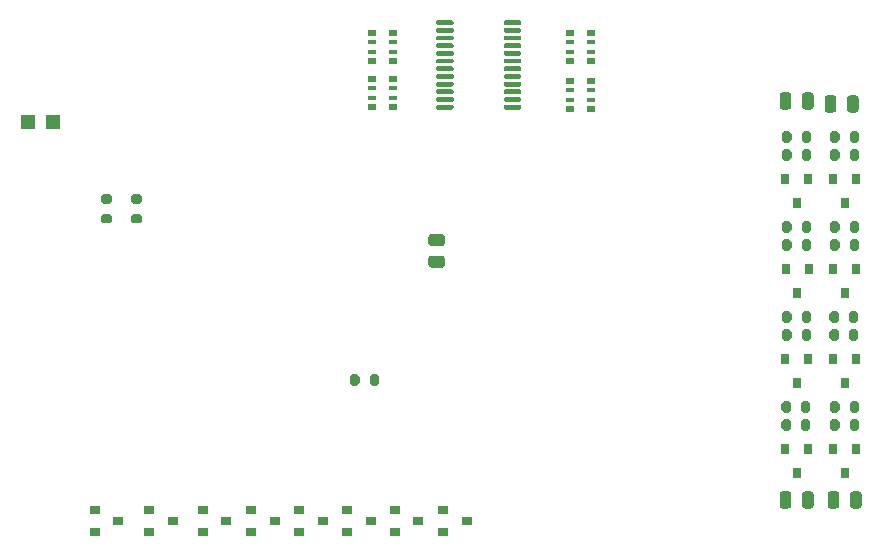
<source format=gbr>
%TF.GenerationSoftware,KiCad,Pcbnew,5.1.9-73d0e3b20d~88~ubuntu20.04.1*%
%TF.CreationDate,2021-02-26T13:03:21-08:00*%
%TF.ProjectId,TeensyMonitorV5,5465656e-7379-44d6-9f6e-69746f725635,rev?*%
%TF.SameCoordinates,Original*%
%TF.FileFunction,Paste,Top*%
%TF.FilePolarity,Positive*%
%FSLAX46Y46*%
G04 Gerber Fmt 4.6, Leading zero omitted, Abs format (unit mm)*
G04 Created by KiCad (PCBNEW 5.1.9-73d0e3b20d~88~ubuntu20.04.1) date 2021-02-26 13:03:21*
%MOMM*%
%LPD*%
G01*
G04 APERTURE LIST*
%ADD10R,0.800000X0.500000*%
%ADD11R,0.800000X0.400000*%
%ADD12R,1.200000X1.200000*%
%ADD13R,0.900000X0.800000*%
%ADD14R,0.800000X0.900000*%
G04 APERTURE END LIST*
D10*
%TO.C,RN34*%
X119772000Y-38284000D03*
D11*
X119772000Y-37484000D03*
D10*
X119772000Y-35884000D03*
D11*
X119772000Y-36684000D03*
D10*
X117972000Y-38284000D03*
D11*
X117972000Y-36684000D03*
X117972000Y-37484000D03*
D10*
X117972000Y-35884000D03*
%TD*%
%TO.C,R17*%
G36*
G01*
X106229999Y-54756000D02*
X107130001Y-54756000D01*
G75*
G02*
X107380000Y-55005999I0J-249999D01*
G01*
X107380000Y-55531001D01*
G75*
G02*
X107130001Y-55781000I-249999J0D01*
G01*
X106229999Y-55781000D01*
G75*
G02*
X105980000Y-55531001I0J249999D01*
G01*
X105980000Y-55005999D01*
G75*
G02*
X106229999Y-54756000I249999J0D01*
G01*
G37*
G36*
G01*
X106229999Y-52931000D02*
X107130001Y-52931000D01*
G75*
G02*
X107380000Y-53180999I0J-249999D01*
G01*
X107380000Y-53706001D01*
G75*
G02*
X107130001Y-53956000I-249999J0D01*
G01*
X106229999Y-53956000D01*
G75*
G02*
X105980000Y-53706001I0J249999D01*
G01*
X105980000Y-53180999D01*
G75*
G02*
X106229999Y-52931000I249999J0D01*
G01*
G37*
%TD*%
D12*
%TO.C,C1*%
X74202000Y-43434000D03*
X72102000Y-43434000D03*
%TD*%
%TO.C,U31*%
G36*
G01*
X112361000Y-35133000D02*
X112361000Y-34933000D01*
G75*
G02*
X112461000Y-34833000I100000J0D01*
G01*
X113736000Y-34833000D01*
G75*
G02*
X113836000Y-34933000I0J-100000D01*
G01*
X113836000Y-35133000D01*
G75*
G02*
X113736000Y-35233000I-100000J0D01*
G01*
X112461000Y-35233000D01*
G75*
G02*
X112361000Y-35133000I0J100000D01*
G01*
G37*
G36*
G01*
X112361000Y-35783000D02*
X112361000Y-35583000D01*
G75*
G02*
X112461000Y-35483000I100000J0D01*
G01*
X113736000Y-35483000D01*
G75*
G02*
X113836000Y-35583000I0J-100000D01*
G01*
X113836000Y-35783000D01*
G75*
G02*
X113736000Y-35883000I-100000J0D01*
G01*
X112461000Y-35883000D01*
G75*
G02*
X112361000Y-35783000I0J100000D01*
G01*
G37*
G36*
G01*
X112361000Y-36433000D02*
X112361000Y-36233000D01*
G75*
G02*
X112461000Y-36133000I100000J0D01*
G01*
X113736000Y-36133000D01*
G75*
G02*
X113836000Y-36233000I0J-100000D01*
G01*
X113836000Y-36433000D01*
G75*
G02*
X113736000Y-36533000I-100000J0D01*
G01*
X112461000Y-36533000D01*
G75*
G02*
X112361000Y-36433000I0J100000D01*
G01*
G37*
G36*
G01*
X112361000Y-37083000D02*
X112361000Y-36883000D01*
G75*
G02*
X112461000Y-36783000I100000J0D01*
G01*
X113736000Y-36783000D01*
G75*
G02*
X113836000Y-36883000I0J-100000D01*
G01*
X113836000Y-37083000D01*
G75*
G02*
X113736000Y-37183000I-100000J0D01*
G01*
X112461000Y-37183000D01*
G75*
G02*
X112361000Y-37083000I0J100000D01*
G01*
G37*
G36*
G01*
X112361000Y-37733000D02*
X112361000Y-37533000D01*
G75*
G02*
X112461000Y-37433000I100000J0D01*
G01*
X113736000Y-37433000D01*
G75*
G02*
X113836000Y-37533000I0J-100000D01*
G01*
X113836000Y-37733000D01*
G75*
G02*
X113736000Y-37833000I-100000J0D01*
G01*
X112461000Y-37833000D01*
G75*
G02*
X112361000Y-37733000I0J100000D01*
G01*
G37*
G36*
G01*
X112361000Y-38383000D02*
X112361000Y-38183000D01*
G75*
G02*
X112461000Y-38083000I100000J0D01*
G01*
X113736000Y-38083000D01*
G75*
G02*
X113836000Y-38183000I0J-100000D01*
G01*
X113836000Y-38383000D01*
G75*
G02*
X113736000Y-38483000I-100000J0D01*
G01*
X112461000Y-38483000D01*
G75*
G02*
X112361000Y-38383000I0J100000D01*
G01*
G37*
G36*
G01*
X112361000Y-39033000D02*
X112361000Y-38833000D01*
G75*
G02*
X112461000Y-38733000I100000J0D01*
G01*
X113736000Y-38733000D01*
G75*
G02*
X113836000Y-38833000I0J-100000D01*
G01*
X113836000Y-39033000D01*
G75*
G02*
X113736000Y-39133000I-100000J0D01*
G01*
X112461000Y-39133000D01*
G75*
G02*
X112361000Y-39033000I0J100000D01*
G01*
G37*
G36*
G01*
X112361000Y-39683000D02*
X112361000Y-39483000D01*
G75*
G02*
X112461000Y-39383000I100000J0D01*
G01*
X113736000Y-39383000D01*
G75*
G02*
X113836000Y-39483000I0J-100000D01*
G01*
X113836000Y-39683000D01*
G75*
G02*
X113736000Y-39783000I-100000J0D01*
G01*
X112461000Y-39783000D01*
G75*
G02*
X112361000Y-39683000I0J100000D01*
G01*
G37*
G36*
G01*
X112361000Y-40333000D02*
X112361000Y-40133000D01*
G75*
G02*
X112461000Y-40033000I100000J0D01*
G01*
X113736000Y-40033000D01*
G75*
G02*
X113836000Y-40133000I0J-100000D01*
G01*
X113836000Y-40333000D01*
G75*
G02*
X113736000Y-40433000I-100000J0D01*
G01*
X112461000Y-40433000D01*
G75*
G02*
X112361000Y-40333000I0J100000D01*
G01*
G37*
G36*
G01*
X112361000Y-40983000D02*
X112361000Y-40783000D01*
G75*
G02*
X112461000Y-40683000I100000J0D01*
G01*
X113736000Y-40683000D01*
G75*
G02*
X113836000Y-40783000I0J-100000D01*
G01*
X113836000Y-40983000D01*
G75*
G02*
X113736000Y-41083000I-100000J0D01*
G01*
X112461000Y-41083000D01*
G75*
G02*
X112361000Y-40983000I0J100000D01*
G01*
G37*
G36*
G01*
X112361000Y-41633000D02*
X112361000Y-41433000D01*
G75*
G02*
X112461000Y-41333000I100000J0D01*
G01*
X113736000Y-41333000D01*
G75*
G02*
X113836000Y-41433000I0J-100000D01*
G01*
X113836000Y-41633000D01*
G75*
G02*
X113736000Y-41733000I-100000J0D01*
G01*
X112461000Y-41733000D01*
G75*
G02*
X112361000Y-41633000I0J100000D01*
G01*
G37*
G36*
G01*
X112361000Y-42283000D02*
X112361000Y-42083000D01*
G75*
G02*
X112461000Y-41983000I100000J0D01*
G01*
X113736000Y-41983000D01*
G75*
G02*
X113836000Y-42083000I0J-100000D01*
G01*
X113836000Y-42283000D01*
G75*
G02*
X113736000Y-42383000I-100000J0D01*
G01*
X112461000Y-42383000D01*
G75*
G02*
X112361000Y-42283000I0J100000D01*
G01*
G37*
G36*
G01*
X106636000Y-42283000D02*
X106636000Y-42083000D01*
G75*
G02*
X106736000Y-41983000I100000J0D01*
G01*
X108011000Y-41983000D01*
G75*
G02*
X108111000Y-42083000I0J-100000D01*
G01*
X108111000Y-42283000D01*
G75*
G02*
X108011000Y-42383000I-100000J0D01*
G01*
X106736000Y-42383000D01*
G75*
G02*
X106636000Y-42283000I0J100000D01*
G01*
G37*
G36*
G01*
X106636000Y-41633000D02*
X106636000Y-41433000D01*
G75*
G02*
X106736000Y-41333000I100000J0D01*
G01*
X108011000Y-41333000D01*
G75*
G02*
X108111000Y-41433000I0J-100000D01*
G01*
X108111000Y-41633000D01*
G75*
G02*
X108011000Y-41733000I-100000J0D01*
G01*
X106736000Y-41733000D01*
G75*
G02*
X106636000Y-41633000I0J100000D01*
G01*
G37*
G36*
G01*
X106636000Y-40983000D02*
X106636000Y-40783000D01*
G75*
G02*
X106736000Y-40683000I100000J0D01*
G01*
X108011000Y-40683000D01*
G75*
G02*
X108111000Y-40783000I0J-100000D01*
G01*
X108111000Y-40983000D01*
G75*
G02*
X108011000Y-41083000I-100000J0D01*
G01*
X106736000Y-41083000D01*
G75*
G02*
X106636000Y-40983000I0J100000D01*
G01*
G37*
G36*
G01*
X106636000Y-40333000D02*
X106636000Y-40133000D01*
G75*
G02*
X106736000Y-40033000I100000J0D01*
G01*
X108011000Y-40033000D01*
G75*
G02*
X108111000Y-40133000I0J-100000D01*
G01*
X108111000Y-40333000D01*
G75*
G02*
X108011000Y-40433000I-100000J0D01*
G01*
X106736000Y-40433000D01*
G75*
G02*
X106636000Y-40333000I0J100000D01*
G01*
G37*
G36*
G01*
X106636000Y-39683000D02*
X106636000Y-39483000D01*
G75*
G02*
X106736000Y-39383000I100000J0D01*
G01*
X108011000Y-39383000D01*
G75*
G02*
X108111000Y-39483000I0J-100000D01*
G01*
X108111000Y-39683000D01*
G75*
G02*
X108011000Y-39783000I-100000J0D01*
G01*
X106736000Y-39783000D01*
G75*
G02*
X106636000Y-39683000I0J100000D01*
G01*
G37*
G36*
G01*
X106636000Y-39033000D02*
X106636000Y-38833000D01*
G75*
G02*
X106736000Y-38733000I100000J0D01*
G01*
X108011000Y-38733000D01*
G75*
G02*
X108111000Y-38833000I0J-100000D01*
G01*
X108111000Y-39033000D01*
G75*
G02*
X108011000Y-39133000I-100000J0D01*
G01*
X106736000Y-39133000D01*
G75*
G02*
X106636000Y-39033000I0J100000D01*
G01*
G37*
G36*
G01*
X106636000Y-38383000D02*
X106636000Y-38183000D01*
G75*
G02*
X106736000Y-38083000I100000J0D01*
G01*
X108011000Y-38083000D01*
G75*
G02*
X108111000Y-38183000I0J-100000D01*
G01*
X108111000Y-38383000D01*
G75*
G02*
X108011000Y-38483000I-100000J0D01*
G01*
X106736000Y-38483000D01*
G75*
G02*
X106636000Y-38383000I0J100000D01*
G01*
G37*
G36*
G01*
X106636000Y-37733000D02*
X106636000Y-37533000D01*
G75*
G02*
X106736000Y-37433000I100000J0D01*
G01*
X108011000Y-37433000D01*
G75*
G02*
X108111000Y-37533000I0J-100000D01*
G01*
X108111000Y-37733000D01*
G75*
G02*
X108011000Y-37833000I-100000J0D01*
G01*
X106736000Y-37833000D01*
G75*
G02*
X106636000Y-37733000I0J100000D01*
G01*
G37*
G36*
G01*
X106636000Y-37083000D02*
X106636000Y-36883000D01*
G75*
G02*
X106736000Y-36783000I100000J0D01*
G01*
X108011000Y-36783000D01*
G75*
G02*
X108111000Y-36883000I0J-100000D01*
G01*
X108111000Y-37083000D01*
G75*
G02*
X108011000Y-37183000I-100000J0D01*
G01*
X106736000Y-37183000D01*
G75*
G02*
X106636000Y-37083000I0J100000D01*
G01*
G37*
G36*
G01*
X106636000Y-36433000D02*
X106636000Y-36233000D01*
G75*
G02*
X106736000Y-36133000I100000J0D01*
G01*
X108011000Y-36133000D01*
G75*
G02*
X108111000Y-36233000I0J-100000D01*
G01*
X108111000Y-36433000D01*
G75*
G02*
X108011000Y-36533000I-100000J0D01*
G01*
X106736000Y-36533000D01*
G75*
G02*
X106636000Y-36433000I0J100000D01*
G01*
G37*
G36*
G01*
X106636000Y-35783000D02*
X106636000Y-35583000D01*
G75*
G02*
X106736000Y-35483000I100000J0D01*
G01*
X108011000Y-35483000D01*
G75*
G02*
X108111000Y-35583000I0J-100000D01*
G01*
X108111000Y-35783000D01*
G75*
G02*
X108011000Y-35883000I-100000J0D01*
G01*
X106736000Y-35883000D01*
G75*
G02*
X106636000Y-35783000I0J100000D01*
G01*
G37*
G36*
G01*
X106636000Y-35133000D02*
X106636000Y-34933000D01*
G75*
G02*
X106736000Y-34833000I100000J0D01*
G01*
X108011000Y-34833000D01*
G75*
G02*
X108111000Y-34933000I0J-100000D01*
G01*
X108111000Y-35133000D01*
G75*
G02*
X108011000Y-35233000I-100000J0D01*
G01*
X106736000Y-35233000D01*
G75*
G02*
X106636000Y-35133000I0J100000D01*
G01*
G37*
%TD*%
D10*
%TO.C,RN33*%
X119772000Y-42348000D03*
D11*
X119772000Y-41548000D03*
D10*
X119772000Y-39948000D03*
D11*
X119772000Y-40748000D03*
D10*
X117972000Y-42348000D03*
D11*
X117972000Y-40748000D03*
X117972000Y-41548000D03*
D10*
X117972000Y-39948000D03*
%TD*%
%TO.C,RN32*%
X101208000Y-39764000D03*
D11*
X101208000Y-40564000D03*
D10*
X101208000Y-42164000D03*
D11*
X101208000Y-41364000D03*
D10*
X103008000Y-39764000D03*
D11*
X103008000Y-41364000D03*
X103008000Y-40564000D03*
D10*
X103008000Y-42164000D03*
%TD*%
%TO.C,RN31*%
X101208000Y-35884000D03*
D11*
X101208000Y-36684000D03*
D10*
X101208000Y-38284000D03*
D11*
X101208000Y-37484000D03*
D10*
X103008000Y-35884000D03*
D11*
X103008000Y-37484000D03*
X103008000Y-36684000D03*
D10*
X103008000Y-38284000D03*
%TD*%
%TO.C,R51*%
G36*
G01*
X101009000Y-65553000D02*
X101009000Y-65003000D01*
G75*
G02*
X101209000Y-64803000I200000J0D01*
G01*
X101609000Y-64803000D01*
G75*
G02*
X101809000Y-65003000I0J-200000D01*
G01*
X101809000Y-65553000D01*
G75*
G02*
X101609000Y-65753000I-200000J0D01*
G01*
X101209000Y-65753000D01*
G75*
G02*
X101009000Y-65553000I0J200000D01*
G01*
G37*
G36*
G01*
X99359000Y-65553000D02*
X99359000Y-65003000D01*
G75*
G02*
X99559000Y-64803000I200000J0D01*
G01*
X99959000Y-64803000D01*
G75*
G02*
X100159000Y-65003000I0J-200000D01*
G01*
X100159000Y-65553000D01*
G75*
G02*
X99959000Y-65753000I-200000J0D01*
G01*
X99559000Y-65753000D01*
G75*
G02*
X99359000Y-65553000I0J200000D01*
G01*
G37*
%TD*%
%TO.C,R31*%
G36*
G01*
X81555000Y-50375000D02*
X81005000Y-50375000D01*
G75*
G02*
X80805000Y-50175000I0J200000D01*
G01*
X80805000Y-49775000D01*
G75*
G02*
X81005000Y-49575000I200000J0D01*
G01*
X81555000Y-49575000D01*
G75*
G02*
X81755000Y-49775000I0J-200000D01*
G01*
X81755000Y-50175000D01*
G75*
G02*
X81555000Y-50375000I-200000J0D01*
G01*
G37*
G36*
G01*
X81555000Y-52025000D02*
X81005000Y-52025000D01*
G75*
G02*
X80805000Y-51825000I0J200000D01*
G01*
X80805000Y-51425000D01*
G75*
G02*
X81005000Y-51225000I200000J0D01*
G01*
X81555000Y-51225000D01*
G75*
G02*
X81755000Y-51425000I0J-200000D01*
G01*
X81755000Y-51825000D01*
G75*
G02*
X81555000Y-52025000I-200000J0D01*
G01*
G37*
%TD*%
%TO.C,R30*%
G36*
G01*
X79015000Y-50375000D02*
X78465000Y-50375000D01*
G75*
G02*
X78265000Y-50175000I0J200000D01*
G01*
X78265000Y-49775000D01*
G75*
G02*
X78465000Y-49575000I200000J0D01*
G01*
X79015000Y-49575000D01*
G75*
G02*
X79215000Y-49775000I0J-200000D01*
G01*
X79215000Y-50175000D01*
G75*
G02*
X79015000Y-50375000I-200000J0D01*
G01*
G37*
G36*
G01*
X79015000Y-52025000D02*
X78465000Y-52025000D01*
G75*
G02*
X78265000Y-51825000I0J200000D01*
G01*
X78265000Y-51425000D01*
G75*
G02*
X78465000Y-51225000I200000J0D01*
G01*
X79015000Y-51225000D01*
G75*
G02*
X79215000Y-51425000I0J-200000D01*
G01*
X79215000Y-51825000D01*
G75*
G02*
X79015000Y-52025000I-200000J0D01*
G01*
G37*
%TD*%
%TO.C,R16*%
G36*
G01*
X136672000Y-68813000D02*
X136672000Y-69363000D01*
G75*
G02*
X136472000Y-69563000I-200000J0D01*
G01*
X136072000Y-69563000D01*
G75*
G02*
X135872000Y-69363000I0J200000D01*
G01*
X135872000Y-68813000D01*
G75*
G02*
X136072000Y-68613000I200000J0D01*
G01*
X136472000Y-68613000D01*
G75*
G02*
X136672000Y-68813000I0J-200000D01*
G01*
G37*
G36*
G01*
X138322000Y-68813000D02*
X138322000Y-69363000D01*
G75*
G02*
X138122000Y-69563000I-200000J0D01*
G01*
X137722000Y-69563000D01*
G75*
G02*
X137522000Y-69363000I0J200000D01*
G01*
X137522000Y-68813000D01*
G75*
G02*
X137722000Y-68613000I200000J0D01*
G01*
X138122000Y-68613000D01*
G75*
G02*
X138322000Y-68813000I0J-200000D01*
G01*
G37*
%TD*%
%TO.C,R15*%
G36*
G01*
X137522000Y-67839000D02*
X137522000Y-67289000D01*
G75*
G02*
X137722000Y-67089000I200000J0D01*
G01*
X138122000Y-67089000D01*
G75*
G02*
X138322000Y-67289000I0J-200000D01*
G01*
X138322000Y-67839000D01*
G75*
G02*
X138122000Y-68039000I-200000J0D01*
G01*
X137722000Y-68039000D01*
G75*
G02*
X137522000Y-67839000I0J200000D01*
G01*
G37*
G36*
G01*
X135872000Y-67839000D02*
X135872000Y-67289000D01*
G75*
G02*
X136072000Y-67089000I200000J0D01*
G01*
X136472000Y-67089000D01*
G75*
G02*
X136672000Y-67289000I0J-200000D01*
G01*
X136672000Y-67839000D01*
G75*
G02*
X136472000Y-68039000I-200000J0D01*
G01*
X136072000Y-68039000D01*
G75*
G02*
X135872000Y-67839000I0J200000D01*
G01*
G37*
%TD*%
%TO.C,R14*%
G36*
G01*
X140799000Y-68813000D02*
X140799000Y-69363000D01*
G75*
G02*
X140599000Y-69563000I-200000J0D01*
G01*
X140199000Y-69563000D01*
G75*
G02*
X139999000Y-69363000I0J200000D01*
G01*
X139999000Y-68813000D01*
G75*
G02*
X140199000Y-68613000I200000J0D01*
G01*
X140599000Y-68613000D01*
G75*
G02*
X140799000Y-68813000I0J-200000D01*
G01*
G37*
G36*
G01*
X142449000Y-68813000D02*
X142449000Y-69363000D01*
G75*
G02*
X142249000Y-69563000I-200000J0D01*
G01*
X141849000Y-69563000D01*
G75*
G02*
X141649000Y-69363000I0J200000D01*
G01*
X141649000Y-68813000D01*
G75*
G02*
X141849000Y-68613000I200000J0D01*
G01*
X142249000Y-68613000D01*
G75*
G02*
X142449000Y-68813000I0J-200000D01*
G01*
G37*
%TD*%
%TO.C,R13*%
G36*
G01*
X141649000Y-67839000D02*
X141649000Y-67289000D01*
G75*
G02*
X141849000Y-67089000I200000J0D01*
G01*
X142249000Y-67089000D01*
G75*
G02*
X142449000Y-67289000I0J-200000D01*
G01*
X142449000Y-67839000D01*
G75*
G02*
X142249000Y-68039000I-200000J0D01*
G01*
X141849000Y-68039000D01*
G75*
G02*
X141649000Y-67839000I0J200000D01*
G01*
G37*
G36*
G01*
X139999000Y-67839000D02*
X139999000Y-67289000D01*
G75*
G02*
X140199000Y-67089000I200000J0D01*
G01*
X140599000Y-67089000D01*
G75*
G02*
X140799000Y-67289000I0J-200000D01*
G01*
X140799000Y-67839000D01*
G75*
G02*
X140599000Y-68039000I-200000J0D01*
G01*
X140199000Y-68039000D01*
G75*
G02*
X139999000Y-67839000I0J200000D01*
G01*
G37*
%TD*%
%TO.C,R12*%
G36*
G01*
X136735000Y-61193000D02*
X136735000Y-61743000D01*
G75*
G02*
X136535000Y-61943000I-200000J0D01*
G01*
X136135000Y-61943000D01*
G75*
G02*
X135935000Y-61743000I0J200000D01*
G01*
X135935000Y-61193000D01*
G75*
G02*
X136135000Y-60993000I200000J0D01*
G01*
X136535000Y-60993000D01*
G75*
G02*
X136735000Y-61193000I0J-200000D01*
G01*
G37*
G36*
G01*
X138385000Y-61193000D02*
X138385000Y-61743000D01*
G75*
G02*
X138185000Y-61943000I-200000J0D01*
G01*
X137785000Y-61943000D01*
G75*
G02*
X137585000Y-61743000I0J200000D01*
G01*
X137585000Y-61193000D01*
G75*
G02*
X137785000Y-60993000I200000J0D01*
G01*
X138185000Y-60993000D01*
G75*
G02*
X138385000Y-61193000I0J-200000D01*
G01*
G37*
%TD*%
%TO.C,R11*%
G36*
G01*
X137585000Y-60219000D02*
X137585000Y-59669000D01*
G75*
G02*
X137785000Y-59469000I200000J0D01*
G01*
X138185000Y-59469000D01*
G75*
G02*
X138385000Y-59669000I0J-200000D01*
G01*
X138385000Y-60219000D01*
G75*
G02*
X138185000Y-60419000I-200000J0D01*
G01*
X137785000Y-60419000D01*
G75*
G02*
X137585000Y-60219000I0J200000D01*
G01*
G37*
G36*
G01*
X135935000Y-60219000D02*
X135935000Y-59669000D01*
G75*
G02*
X136135000Y-59469000I200000J0D01*
G01*
X136535000Y-59469000D01*
G75*
G02*
X136735000Y-59669000I0J-200000D01*
G01*
X136735000Y-60219000D01*
G75*
G02*
X136535000Y-60419000I-200000J0D01*
G01*
X136135000Y-60419000D01*
G75*
G02*
X135935000Y-60219000I0J200000D01*
G01*
G37*
%TD*%
%TO.C,R10*%
G36*
G01*
X140736000Y-61193000D02*
X140736000Y-61743000D01*
G75*
G02*
X140536000Y-61943000I-200000J0D01*
G01*
X140136000Y-61943000D01*
G75*
G02*
X139936000Y-61743000I0J200000D01*
G01*
X139936000Y-61193000D01*
G75*
G02*
X140136000Y-60993000I200000J0D01*
G01*
X140536000Y-60993000D01*
G75*
G02*
X140736000Y-61193000I0J-200000D01*
G01*
G37*
G36*
G01*
X142386000Y-61193000D02*
X142386000Y-61743000D01*
G75*
G02*
X142186000Y-61943000I-200000J0D01*
G01*
X141786000Y-61943000D01*
G75*
G02*
X141586000Y-61743000I0J200000D01*
G01*
X141586000Y-61193000D01*
G75*
G02*
X141786000Y-60993000I200000J0D01*
G01*
X142186000Y-60993000D01*
G75*
G02*
X142386000Y-61193000I0J-200000D01*
G01*
G37*
%TD*%
%TO.C,R9*%
G36*
G01*
X141586000Y-60219000D02*
X141586000Y-59669000D01*
G75*
G02*
X141786000Y-59469000I200000J0D01*
G01*
X142186000Y-59469000D01*
G75*
G02*
X142386000Y-59669000I0J-200000D01*
G01*
X142386000Y-60219000D01*
G75*
G02*
X142186000Y-60419000I-200000J0D01*
G01*
X141786000Y-60419000D01*
G75*
G02*
X141586000Y-60219000I0J200000D01*
G01*
G37*
G36*
G01*
X139936000Y-60219000D02*
X139936000Y-59669000D01*
G75*
G02*
X140136000Y-59469000I200000J0D01*
G01*
X140536000Y-59469000D01*
G75*
G02*
X140736000Y-59669000I0J-200000D01*
G01*
X140736000Y-60219000D01*
G75*
G02*
X140536000Y-60419000I-200000J0D01*
G01*
X140136000Y-60419000D01*
G75*
G02*
X139936000Y-60219000I0J200000D01*
G01*
G37*
%TD*%
%TO.C,R8*%
G36*
G01*
X136735000Y-53573000D02*
X136735000Y-54123000D01*
G75*
G02*
X136535000Y-54323000I-200000J0D01*
G01*
X136135000Y-54323000D01*
G75*
G02*
X135935000Y-54123000I0J200000D01*
G01*
X135935000Y-53573000D01*
G75*
G02*
X136135000Y-53373000I200000J0D01*
G01*
X136535000Y-53373000D01*
G75*
G02*
X136735000Y-53573000I0J-200000D01*
G01*
G37*
G36*
G01*
X138385000Y-53573000D02*
X138385000Y-54123000D01*
G75*
G02*
X138185000Y-54323000I-200000J0D01*
G01*
X137785000Y-54323000D01*
G75*
G02*
X137585000Y-54123000I0J200000D01*
G01*
X137585000Y-53573000D01*
G75*
G02*
X137785000Y-53373000I200000J0D01*
G01*
X138185000Y-53373000D01*
G75*
G02*
X138385000Y-53573000I0J-200000D01*
G01*
G37*
%TD*%
%TO.C,R7*%
G36*
G01*
X137585000Y-52599000D02*
X137585000Y-52049000D01*
G75*
G02*
X137785000Y-51849000I200000J0D01*
G01*
X138185000Y-51849000D01*
G75*
G02*
X138385000Y-52049000I0J-200000D01*
G01*
X138385000Y-52599000D01*
G75*
G02*
X138185000Y-52799000I-200000J0D01*
G01*
X137785000Y-52799000D01*
G75*
G02*
X137585000Y-52599000I0J200000D01*
G01*
G37*
G36*
G01*
X135935000Y-52599000D02*
X135935000Y-52049000D01*
G75*
G02*
X136135000Y-51849000I200000J0D01*
G01*
X136535000Y-51849000D01*
G75*
G02*
X136735000Y-52049000I0J-200000D01*
G01*
X136735000Y-52599000D01*
G75*
G02*
X136535000Y-52799000I-200000J0D01*
G01*
X136135000Y-52799000D01*
G75*
G02*
X135935000Y-52599000I0J200000D01*
G01*
G37*
%TD*%
%TO.C,R6*%
G36*
G01*
X140799000Y-53573000D02*
X140799000Y-54123000D01*
G75*
G02*
X140599000Y-54323000I-200000J0D01*
G01*
X140199000Y-54323000D01*
G75*
G02*
X139999000Y-54123000I0J200000D01*
G01*
X139999000Y-53573000D01*
G75*
G02*
X140199000Y-53373000I200000J0D01*
G01*
X140599000Y-53373000D01*
G75*
G02*
X140799000Y-53573000I0J-200000D01*
G01*
G37*
G36*
G01*
X142449000Y-53573000D02*
X142449000Y-54123000D01*
G75*
G02*
X142249000Y-54323000I-200000J0D01*
G01*
X141849000Y-54323000D01*
G75*
G02*
X141649000Y-54123000I0J200000D01*
G01*
X141649000Y-53573000D01*
G75*
G02*
X141849000Y-53373000I200000J0D01*
G01*
X142249000Y-53373000D01*
G75*
G02*
X142449000Y-53573000I0J-200000D01*
G01*
G37*
%TD*%
%TO.C,R5*%
G36*
G01*
X141649000Y-52599000D02*
X141649000Y-52049000D01*
G75*
G02*
X141849000Y-51849000I200000J0D01*
G01*
X142249000Y-51849000D01*
G75*
G02*
X142449000Y-52049000I0J-200000D01*
G01*
X142449000Y-52599000D01*
G75*
G02*
X142249000Y-52799000I-200000J0D01*
G01*
X141849000Y-52799000D01*
G75*
G02*
X141649000Y-52599000I0J200000D01*
G01*
G37*
G36*
G01*
X139999000Y-52599000D02*
X139999000Y-52049000D01*
G75*
G02*
X140199000Y-51849000I200000J0D01*
G01*
X140599000Y-51849000D01*
G75*
G02*
X140799000Y-52049000I0J-200000D01*
G01*
X140799000Y-52599000D01*
G75*
G02*
X140599000Y-52799000I-200000J0D01*
G01*
X140199000Y-52799000D01*
G75*
G02*
X139999000Y-52599000I0J200000D01*
G01*
G37*
%TD*%
%TO.C,R4*%
G36*
G01*
X136735000Y-45953000D02*
X136735000Y-46503000D01*
G75*
G02*
X136535000Y-46703000I-200000J0D01*
G01*
X136135000Y-46703000D01*
G75*
G02*
X135935000Y-46503000I0J200000D01*
G01*
X135935000Y-45953000D01*
G75*
G02*
X136135000Y-45753000I200000J0D01*
G01*
X136535000Y-45753000D01*
G75*
G02*
X136735000Y-45953000I0J-200000D01*
G01*
G37*
G36*
G01*
X138385000Y-45953000D02*
X138385000Y-46503000D01*
G75*
G02*
X138185000Y-46703000I-200000J0D01*
G01*
X137785000Y-46703000D01*
G75*
G02*
X137585000Y-46503000I0J200000D01*
G01*
X137585000Y-45953000D01*
G75*
G02*
X137785000Y-45753000I200000J0D01*
G01*
X138185000Y-45753000D01*
G75*
G02*
X138385000Y-45953000I0J-200000D01*
G01*
G37*
%TD*%
%TO.C,R3*%
G36*
G01*
X137585000Y-44979000D02*
X137585000Y-44429000D01*
G75*
G02*
X137785000Y-44229000I200000J0D01*
G01*
X138185000Y-44229000D01*
G75*
G02*
X138385000Y-44429000I0J-200000D01*
G01*
X138385000Y-44979000D01*
G75*
G02*
X138185000Y-45179000I-200000J0D01*
G01*
X137785000Y-45179000D01*
G75*
G02*
X137585000Y-44979000I0J200000D01*
G01*
G37*
G36*
G01*
X135935000Y-44979000D02*
X135935000Y-44429000D01*
G75*
G02*
X136135000Y-44229000I200000J0D01*
G01*
X136535000Y-44229000D01*
G75*
G02*
X136735000Y-44429000I0J-200000D01*
G01*
X136735000Y-44979000D01*
G75*
G02*
X136535000Y-45179000I-200000J0D01*
G01*
X136135000Y-45179000D01*
G75*
G02*
X135935000Y-44979000I0J200000D01*
G01*
G37*
%TD*%
%TO.C,R2*%
G36*
G01*
X140799000Y-45953000D02*
X140799000Y-46503000D01*
G75*
G02*
X140599000Y-46703000I-200000J0D01*
G01*
X140199000Y-46703000D01*
G75*
G02*
X139999000Y-46503000I0J200000D01*
G01*
X139999000Y-45953000D01*
G75*
G02*
X140199000Y-45753000I200000J0D01*
G01*
X140599000Y-45753000D01*
G75*
G02*
X140799000Y-45953000I0J-200000D01*
G01*
G37*
G36*
G01*
X142449000Y-45953000D02*
X142449000Y-46503000D01*
G75*
G02*
X142249000Y-46703000I-200000J0D01*
G01*
X141849000Y-46703000D01*
G75*
G02*
X141649000Y-46503000I0J200000D01*
G01*
X141649000Y-45953000D01*
G75*
G02*
X141849000Y-45753000I200000J0D01*
G01*
X142249000Y-45753000D01*
G75*
G02*
X142449000Y-45953000I0J-200000D01*
G01*
G37*
%TD*%
%TO.C,R1*%
G36*
G01*
X141649000Y-44979000D02*
X141649000Y-44429000D01*
G75*
G02*
X141849000Y-44229000I200000J0D01*
G01*
X142249000Y-44229000D01*
G75*
G02*
X142449000Y-44429000I0J-200000D01*
G01*
X142449000Y-44979000D01*
G75*
G02*
X142249000Y-45179000I-200000J0D01*
G01*
X141849000Y-45179000D01*
G75*
G02*
X141649000Y-44979000I0J200000D01*
G01*
G37*
G36*
G01*
X139999000Y-44979000D02*
X139999000Y-44429000D01*
G75*
G02*
X140199000Y-44229000I200000J0D01*
G01*
X140599000Y-44229000D01*
G75*
G02*
X140799000Y-44429000I0J-200000D01*
G01*
X140799000Y-44979000D01*
G75*
G02*
X140599000Y-45179000I-200000J0D01*
G01*
X140199000Y-45179000D01*
G75*
G02*
X139999000Y-44979000I0J200000D01*
G01*
G37*
%TD*%
D13*
%TO.C,Q47*%
X109220000Y-77216000D03*
X107220000Y-78166000D03*
X107220000Y-76266000D03*
%TD*%
%TO.C,Q46*%
X105140000Y-77216000D03*
X103140000Y-78166000D03*
X103140000Y-76266000D03*
%TD*%
%TO.C,Q45*%
X101092000Y-77216000D03*
X99092000Y-78166000D03*
X99092000Y-76266000D03*
%TD*%
%TO.C,Q44*%
X97028000Y-77216000D03*
X95028000Y-78166000D03*
X95028000Y-76266000D03*
%TD*%
%TO.C,Q43*%
X92964000Y-77216000D03*
X90964000Y-78166000D03*
X90964000Y-76266000D03*
%TD*%
%TO.C,Q42*%
X88884000Y-77216000D03*
X86884000Y-78166000D03*
X86884000Y-76266000D03*
%TD*%
%TO.C,Q41*%
X84328000Y-77216000D03*
X82328000Y-78166000D03*
X82328000Y-76266000D03*
%TD*%
%TO.C,Q40*%
X79740000Y-77216000D03*
X77740000Y-78166000D03*
X77740000Y-76266000D03*
%TD*%
D14*
%TO.C,Q28*%
X137160000Y-73136000D03*
X136210000Y-71136000D03*
X138110000Y-71136000D03*
%TD*%
%TO.C,Q27*%
X141224000Y-73136000D03*
X140274000Y-71136000D03*
X142174000Y-71136000D03*
%TD*%
%TO.C,Q26*%
X137160000Y-65500000D03*
X136210000Y-63500000D03*
X138110000Y-63500000D03*
%TD*%
%TO.C,Q25*%
X141224000Y-65516000D03*
X140274000Y-63516000D03*
X142174000Y-63516000D03*
%TD*%
%TO.C,Q24*%
X137226000Y-57880000D03*
X136276000Y-55880000D03*
X138176000Y-55880000D03*
%TD*%
%TO.C,Q23*%
X141224000Y-57896000D03*
X140274000Y-55896000D03*
X142174000Y-55896000D03*
%TD*%
%TO.C,Q22*%
X137160000Y-50276000D03*
X136210000Y-48276000D03*
X138110000Y-48276000D03*
%TD*%
%TO.C,Q21*%
X141224000Y-50276000D03*
X140274000Y-48276000D03*
X142174000Y-48276000D03*
%TD*%
%TO.C,C24*%
G36*
G01*
X140774000Y-74963000D02*
X140774000Y-75913000D01*
G75*
G02*
X140524000Y-76163000I-250000J0D01*
G01*
X140024000Y-76163000D01*
G75*
G02*
X139774000Y-75913000I0J250000D01*
G01*
X139774000Y-74963000D01*
G75*
G02*
X140024000Y-74713000I250000J0D01*
G01*
X140524000Y-74713000D01*
G75*
G02*
X140774000Y-74963000I0J-250000D01*
G01*
G37*
G36*
G01*
X142674000Y-74963000D02*
X142674000Y-75913000D01*
G75*
G02*
X142424000Y-76163000I-250000J0D01*
G01*
X141924000Y-76163000D01*
G75*
G02*
X141674000Y-75913000I0J250000D01*
G01*
X141674000Y-74963000D01*
G75*
G02*
X141924000Y-74713000I250000J0D01*
G01*
X142424000Y-74713000D01*
G75*
G02*
X142674000Y-74963000I0J-250000D01*
G01*
G37*
%TD*%
%TO.C,C23*%
G36*
G01*
X137610000Y-75913000D02*
X137610000Y-74963000D01*
G75*
G02*
X137860000Y-74713000I250000J0D01*
G01*
X138360000Y-74713000D01*
G75*
G02*
X138610000Y-74963000I0J-250000D01*
G01*
X138610000Y-75913000D01*
G75*
G02*
X138360000Y-76163000I-250000J0D01*
G01*
X137860000Y-76163000D01*
G75*
G02*
X137610000Y-75913000I0J250000D01*
G01*
G37*
G36*
G01*
X135710000Y-75913000D02*
X135710000Y-74963000D01*
G75*
G02*
X135960000Y-74713000I250000J0D01*
G01*
X136460000Y-74713000D01*
G75*
G02*
X136710000Y-74963000I0J-250000D01*
G01*
X136710000Y-75913000D01*
G75*
G02*
X136460000Y-76163000I-250000J0D01*
G01*
X135960000Y-76163000D01*
G75*
G02*
X135710000Y-75913000I0J250000D01*
G01*
G37*
%TD*%
%TO.C,C22*%
G36*
G01*
X140520000Y-41435000D02*
X140520000Y-42385000D01*
G75*
G02*
X140270000Y-42635000I-250000J0D01*
G01*
X139770000Y-42635000D01*
G75*
G02*
X139520000Y-42385000I0J250000D01*
G01*
X139520000Y-41435000D01*
G75*
G02*
X139770000Y-41185000I250000J0D01*
G01*
X140270000Y-41185000D01*
G75*
G02*
X140520000Y-41435000I0J-250000D01*
G01*
G37*
G36*
G01*
X142420000Y-41435000D02*
X142420000Y-42385000D01*
G75*
G02*
X142170000Y-42635000I-250000J0D01*
G01*
X141670000Y-42635000D01*
G75*
G02*
X141420000Y-42385000I0J250000D01*
G01*
X141420000Y-41435000D01*
G75*
G02*
X141670000Y-41185000I250000J0D01*
G01*
X142170000Y-41185000D01*
G75*
G02*
X142420000Y-41435000I0J-250000D01*
G01*
G37*
%TD*%
%TO.C,C21*%
G36*
G01*
X137610000Y-42131000D02*
X137610000Y-41181000D01*
G75*
G02*
X137860000Y-40931000I250000J0D01*
G01*
X138360000Y-40931000D01*
G75*
G02*
X138610000Y-41181000I0J-250000D01*
G01*
X138610000Y-42131000D01*
G75*
G02*
X138360000Y-42381000I-250000J0D01*
G01*
X137860000Y-42381000D01*
G75*
G02*
X137610000Y-42131000I0J250000D01*
G01*
G37*
G36*
G01*
X135710000Y-42131000D02*
X135710000Y-41181000D01*
G75*
G02*
X135960000Y-40931000I250000J0D01*
G01*
X136460000Y-40931000D01*
G75*
G02*
X136710000Y-41181000I0J-250000D01*
G01*
X136710000Y-42131000D01*
G75*
G02*
X136460000Y-42381000I-250000J0D01*
G01*
X135960000Y-42381000D01*
G75*
G02*
X135710000Y-42131000I0J250000D01*
G01*
G37*
%TD*%
M02*

</source>
